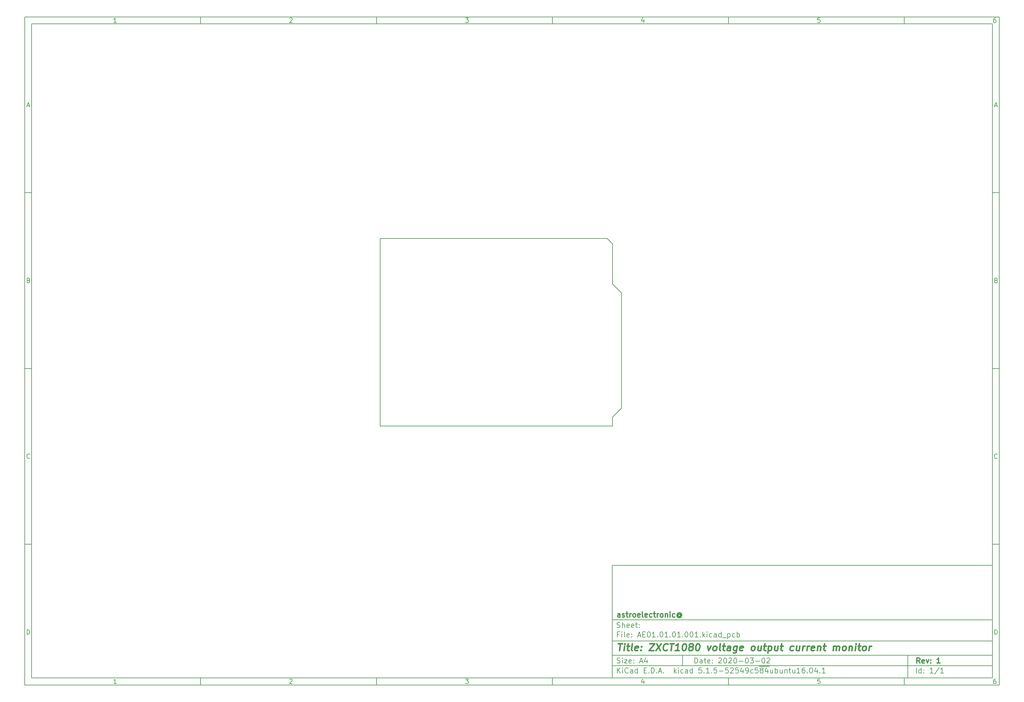
<source format=gbr>
G04 #@! TF.GenerationSoftware,KiCad,Pcbnew,5.1.5-52549c5~84~ubuntu16.04.1*
G04 #@! TF.CreationDate,2020-03-02T18:44:08+01:00*
G04 #@! TF.ProjectId,AE01.01.01.001,41453031-2e30-4312-9e30-312e3030312e,1*
G04 #@! TF.SameCoordinates,Original*
G04 #@! TF.FileFunction,Other,ECO1*
%FSLAX46Y46*%
G04 Gerber Fmt 4.6, Leading zero omitted, Abs format (unit mm)*
G04 Created by KiCad (PCBNEW 5.1.5-52549c5~84~ubuntu16.04.1) date 2020-03-02 18:44:08*
%MOMM*%
%LPD*%
G04 APERTURE LIST*
%ADD10C,0.100000*%
%ADD11C,0.150000*%
%ADD12C,0.300000*%
%ADD13C,0.400000*%
G04 APERTURE END LIST*
D10*
D11*
X177002200Y-166007200D02*
X177002200Y-198007200D01*
X285002200Y-198007200D01*
X285002200Y-166007200D01*
X177002200Y-166007200D01*
D10*
D11*
X10000000Y-10000000D02*
X10000000Y-200007200D01*
X287002200Y-200007200D01*
X287002200Y-10000000D01*
X10000000Y-10000000D01*
D10*
D11*
X12000000Y-12000000D02*
X12000000Y-198007200D01*
X285002200Y-198007200D01*
X285002200Y-12000000D01*
X12000000Y-12000000D01*
D10*
D11*
X60000000Y-12000000D02*
X60000000Y-10000000D01*
D10*
D11*
X110000000Y-12000000D02*
X110000000Y-10000000D01*
D10*
D11*
X160000000Y-12000000D02*
X160000000Y-10000000D01*
D10*
D11*
X210000000Y-12000000D02*
X210000000Y-10000000D01*
D10*
D11*
X260000000Y-12000000D02*
X260000000Y-10000000D01*
D10*
D11*
X36065476Y-11588095D02*
X35322619Y-11588095D01*
X35694047Y-11588095D02*
X35694047Y-10288095D01*
X35570238Y-10473809D01*
X35446428Y-10597619D01*
X35322619Y-10659523D01*
D10*
D11*
X85322619Y-10411904D02*
X85384523Y-10350000D01*
X85508333Y-10288095D01*
X85817857Y-10288095D01*
X85941666Y-10350000D01*
X86003571Y-10411904D01*
X86065476Y-10535714D01*
X86065476Y-10659523D01*
X86003571Y-10845238D01*
X85260714Y-11588095D01*
X86065476Y-11588095D01*
D10*
D11*
X135260714Y-10288095D02*
X136065476Y-10288095D01*
X135632142Y-10783333D01*
X135817857Y-10783333D01*
X135941666Y-10845238D01*
X136003571Y-10907142D01*
X136065476Y-11030952D01*
X136065476Y-11340476D01*
X136003571Y-11464285D01*
X135941666Y-11526190D01*
X135817857Y-11588095D01*
X135446428Y-11588095D01*
X135322619Y-11526190D01*
X135260714Y-11464285D01*
D10*
D11*
X185941666Y-10721428D02*
X185941666Y-11588095D01*
X185632142Y-10226190D02*
X185322619Y-11154761D01*
X186127380Y-11154761D01*
D10*
D11*
X236003571Y-10288095D02*
X235384523Y-10288095D01*
X235322619Y-10907142D01*
X235384523Y-10845238D01*
X235508333Y-10783333D01*
X235817857Y-10783333D01*
X235941666Y-10845238D01*
X236003571Y-10907142D01*
X236065476Y-11030952D01*
X236065476Y-11340476D01*
X236003571Y-11464285D01*
X235941666Y-11526190D01*
X235817857Y-11588095D01*
X235508333Y-11588095D01*
X235384523Y-11526190D01*
X235322619Y-11464285D01*
D10*
D11*
X285941666Y-10288095D02*
X285694047Y-10288095D01*
X285570238Y-10350000D01*
X285508333Y-10411904D01*
X285384523Y-10597619D01*
X285322619Y-10845238D01*
X285322619Y-11340476D01*
X285384523Y-11464285D01*
X285446428Y-11526190D01*
X285570238Y-11588095D01*
X285817857Y-11588095D01*
X285941666Y-11526190D01*
X286003571Y-11464285D01*
X286065476Y-11340476D01*
X286065476Y-11030952D01*
X286003571Y-10907142D01*
X285941666Y-10845238D01*
X285817857Y-10783333D01*
X285570238Y-10783333D01*
X285446428Y-10845238D01*
X285384523Y-10907142D01*
X285322619Y-11030952D01*
D10*
D11*
X60000000Y-198007200D02*
X60000000Y-200007200D01*
D10*
D11*
X110000000Y-198007200D02*
X110000000Y-200007200D01*
D10*
D11*
X160000000Y-198007200D02*
X160000000Y-200007200D01*
D10*
D11*
X210000000Y-198007200D02*
X210000000Y-200007200D01*
D10*
D11*
X260000000Y-198007200D02*
X260000000Y-200007200D01*
D10*
D11*
X36065476Y-199595295D02*
X35322619Y-199595295D01*
X35694047Y-199595295D02*
X35694047Y-198295295D01*
X35570238Y-198481009D01*
X35446428Y-198604819D01*
X35322619Y-198666723D01*
D10*
D11*
X85322619Y-198419104D02*
X85384523Y-198357200D01*
X85508333Y-198295295D01*
X85817857Y-198295295D01*
X85941666Y-198357200D01*
X86003571Y-198419104D01*
X86065476Y-198542914D01*
X86065476Y-198666723D01*
X86003571Y-198852438D01*
X85260714Y-199595295D01*
X86065476Y-199595295D01*
D10*
D11*
X135260714Y-198295295D02*
X136065476Y-198295295D01*
X135632142Y-198790533D01*
X135817857Y-198790533D01*
X135941666Y-198852438D01*
X136003571Y-198914342D01*
X136065476Y-199038152D01*
X136065476Y-199347676D01*
X136003571Y-199471485D01*
X135941666Y-199533390D01*
X135817857Y-199595295D01*
X135446428Y-199595295D01*
X135322619Y-199533390D01*
X135260714Y-199471485D01*
D10*
D11*
X185941666Y-198728628D02*
X185941666Y-199595295D01*
X185632142Y-198233390D02*
X185322619Y-199161961D01*
X186127380Y-199161961D01*
D10*
D11*
X236003571Y-198295295D02*
X235384523Y-198295295D01*
X235322619Y-198914342D01*
X235384523Y-198852438D01*
X235508333Y-198790533D01*
X235817857Y-198790533D01*
X235941666Y-198852438D01*
X236003571Y-198914342D01*
X236065476Y-199038152D01*
X236065476Y-199347676D01*
X236003571Y-199471485D01*
X235941666Y-199533390D01*
X235817857Y-199595295D01*
X235508333Y-199595295D01*
X235384523Y-199533390D01*
X235322619Y-199471485D01*
D10*
D11*
X285941666Y-198295295D02*
X285694047Y-198295295D01*
X285570238Y-198357200D01*
X285508333Y-198419104D01*
X285384523Y-198604819D01*
X285322619Y-198852438D01*
X285322619Y-199347676D01*
X285384523Y-199471485D01*
X285446428Y-199533390D01*
X285570238Y-199595295D01*
X285817857Y-199595295D01*
X285941666Y-199533390D01*
X286003571Y-199471485D01*
X286065476Y-199347676D01*
X286065476Y-199038152D01*
X286003571Y-198914342D01*
X285941666Y-198852438D01*
X285817857Y-198790533D01*
X285570238Y-198790533D01*
X285446428Y-198852438D01*
X285384523Y-198914342D01*
X285322619Y-199038152D01*
D10*
D11*
X10000000Y-60000000D02*
X12000000Y-60000000D01*
D10*
D11*
X10000000Y-110000000D02*
X12000000Y-110000000D01*
D10*
D11*
X10000000Y-160000000D02*
X12000000Y-160000000D01*
D10*
D11*
X10690476Y-35216666D02*
X11309523Y-35216666D01*
X10566666Y-35588095D02*
X11000000Y-34288095D01*
X11433333Y-35588095D01*
D10*
D11*
X11092857Y-84907142D02*
X11278571Y-84969047D01*
X11340476Y-85030952D01*
X11402380Y-85154761D01*
X11402380Y-85340476D01*
X11340476Y-85464285D01*
X11278571Y-85526190D01*
X11154761Y-85588095D01*
X10659523Y-85588095D01*
X10659523Y-84288095D01*
X11092857Y-84288095D01*
X11216666Y-84350000D01*
X11278571Y-84411904D01*
X11340476Y-84535714D01*
X11340476Y-84659523D01*
X11278571Y-84783333D01*
X11216666Y-84845238D01*
X11092857Y-84907142D01*
X10659523Y-84907142D01*
D10*
D11*
X11402380Y-135464285D02*
X11340476Y-135526190D01*
X11154761Y-135588095D01*
X11030952Y-135588095D01*
X10845238Y-135526190D01*
X10721428Y-135402380D01*
X10659523Y-135278571D01*
X10597619Y-135030952D01*
X10597619Y-134845238D01*
X10659523Y-134597619D01*
X10721428Y-134473809D01*
X10845238Y-134350000D01*
X11030952Y-134288095D01*
X11154761Y-134288095D01*
X11340476Y-134350000D01*
X11402380Y-134411904D01*
D10*
D11*
X10659523Y-185588095D02*
X10659523Y-184288095D01*
X10969047Y-184288095D01*
X11154761Y-184350000D01*
X11278571Y-184473809D01*
X11340476Y-184597619D01*
X11402380Y-184845238D01*
X11402380Y-185030952D01*
X11340476Y-185278571D01*
X11278571Y-185402380D01*
X11154761Y-185526190D01*
X10969047Y-185588095D01*
X10659523Y-185588095D01*
D10*
D11*
X287002200Y-60000000D02*
X285002200Y-60000000D01*
D10*
D11*
X287002200Y-110000000D02*
X285002200Y-110000000D01*
D10*
D11*
X287002200Y-160000000D02*
X285002200Y-160000000D01*
D10*
D11*
X285692676Y-35216666D02*
X286311723Y-35216666D01*
X285568866Y-35588095D02*
X286002200Y-34288095D01*
X286435533Y-35588095D01*
D10*
D11*
X286095057Y-84907142D02*
X286280771Y-84969047D01*
X286342676Y-85030952D01*
X286404580Y-85154761D01*
X286404580Y-85340476D01*
X286342676Y-85464285D01*
X286280771Y-85526190D01*
X286156961Y-85588095D01*
X285661723Y-85588095D01*
X285661723Y-84288095D01*
X286095057Y-84288095D01*
X286218866Y-84350000D01*
X286280771Y-84411904D01*
X286342676Y-84535714D01*
X286342676Y-84659523D01*
X286280771Y-84783333D01*
X286218866Y-84845238D01*
X286095057Y-84907142D01*
X285661723Y-84907142D01*
D10*
D11*
X286404580Y-135464285D02*
X286342676Y-135526190D01*
X286156961Y-135588095D01*
X286033152Y-135588095D01*
X285847438Y-135526190D01*
X285723628Y-135402380D01*
X285661723Y-135278571D01*
X285599819Y-135030952D01*
X285599819Y-134845238D01*
X285661723Y-134597619D01*
X285723628Y-134473809D01*
X285847438Y-134350000D01*
X286033152Y-134288095D01*
X286156961Y-134288095D01*
X286342676Y-134350000D01*
X286404580Y-134411904D01*
D10*
D11*
X285661723Y-185588095D02*
X285661723Y-184288095D01*
X285971247Y-184288095D01*
X286156961Y-184350000D01*
X286280771Y-184473809D01*
X286342676Y-184597619D01*
X286404580Y-184845238D01*
X286404580Y-185030952D01*
X286342676Y-185278571D01*
X286280771Y-185402380D01*
X286156961Y-185526190D01*
X285971247Y-185588095D01*
X285661723Y-185588095D01*
D10*
D11*
X200434342Y-193785771D02*
X200434342Y-192285771D01*
X200791485Y-192285771D01*
X201005771Y-192357200D01*
X201148628Y-192500057D01*
X201220057Y-192642914D01*
X201291485Y-192928628D01*
X201291485Y-193142914D01*
X201220057Y-193428628D01*
X201148628Y-193571485D01*
X201005771Y-193714342D01*
X200791485Y-193785771D01*
X200434342Y-193785771D01*
X202577200Y-193785771D02*
X202577200Y-193000057D01*
X202505771Y-192857200D01*
X202362914Y-192785771D01*
X202077200Y-192785771D01*
X201934342Y-192857200D01*
X202577200Y-193714342D02*
X202434342Y-193785771D01*
X202077200Y-193785771D01*
X201934342Y-193714342D01*
X201862914Y-193571485D01*
X201862914Y-193428628D01*
X201934342Y-193285771D01*
X202077200Y-193214342D01*
X202434342Y-193214342D01*
X202577200Y-193142914D01*
X203077200Y-192785771D02*
X203648628Y-192785771D01*
X203291485Y-192285771D02*
X203291485Y-193571485D01*
X203362914Y-193714342D01*
X203505771Y-193785771D01*
X203648628Y-193785771D01*
X204720057Y-193714342D02*
X204577200Y-193785771D01*
X204291485Y-193785771D01*
X204148628Y-193714342D01*
X204077200Y-193571485D01*
X204077200Y-193000057D01*
X204148628Y-192857200D01*
X204291485Y-192785771D01*
X204577200Y-192785771D01*
X204720057Y-192857200D01*
X204791485Y-193000057D01*
X204791485Y-193142914D01*
X204077200Y-193285771D01*
X205434342Y-193642914D02*
X205505771Y-193714342D01*
X205434342Y-193785771D01*
X205362914Y-193714342D01*
X205434342Y-193642914D01*
X205434342Y-193785771D01*
X205434342Y-192857200D02*
X205505771Y-192928628D01*
X205434342Y-193000057D01*
X205362914Y-192928628D01*
X205434342Y-192857200D01*
X205434342Y-193000057D01*
X207220057Y-192428628D02*
X207291485Y-192357200D01*
X207434342Y-192285771D01*
X207791485Y-192285771D01*
X207934342Y-192357200D01*
X208005771Y-192428628D01*
X208077200Y-192571485D01*
X208077200Y-192714342D01*
X208005771Y-192928628D01*
X207148628Y-193785771D01*
X208077200Y-193785771D01*
X209005771Y-192285771D02*
X209148628Y-192285771D01*
X209291485Y-192357200D01*
X209362914Y-192428628D01*
X209434342Y-192571485D01*
X209505771Y-192857200D01*
X209505771Y-193214342D01*
X209434342Y-193500057D01*
X209362914Y-193642914D01*
X209291485Y-193714342D01*
X209148628Y-193785771D01*
X209005771Y-193785771D01*
X208862914Y-193714342D01*
X208791485Y-193642914D01*
X208720057Y-193500057D01*
X208648628Y-193214342D01*
X208648628Y-192857200D01*
X208720057Y-192571485D01*
X208791485Y-192428628D01*
X208862914Y-192357200D01*
X209005771Y-192285771D01*
X210077200Y-192428628D02*
X210148628Y-192357200D01*
X210291485Y-192285771D01*
X210648628Y-192285771D01*
X210791485Y-192357200D01*
X210862914Y-192428628D01*
X210934342Y-192571485D01*
X210934342Y-192714342D01*
X210862914Y-192928628D01*
X210005771Y-193785771D01*
X210934342Y-193785771D01*
X211862914Y-192285771D02*
X212005771Y-192285771D01*
X212148628Y-192357200D01*
X212220057Y-192428628D01*
X212291485Y-192571485D01*
X212362914Y-192857200D01*
X212362914Y-193214342D01*
X212291485Y-193500057D01*
X212220057Y-193642914D01*
X212148628Y-193714342D01*
X212005771Y-193785771D01*
X211862914Y-193785771D01*
X211720057Y-193714342D01*
X211648628Y-193642914D01*
X211577200Y-193500057D01*
X211505771Y-193214342D01*
X211505771Y-192857200D01*
X211577200Y-192571485D01*
X211648628Y-192428628D01*
X211720057Y-192357200D01*
X211862914Y-192285771D01*
X213005771Y-193214342D02*
X214148628Y-193214342D01*
X215148628Y-192285771D02*
X215291485Y-192285771D01*
X215434342Y-192357200D01*
X215505771Y-192428628D01*
X215577200Y-192571485D01*
X215648628Y-192857200D01*
X215648628Y-193214342D01*
X215577200Y-193500057D01*
X215505771Y-193642914D01*
X215434342Y-193714342D01*
X215291485Y-193785771D01*
X215148628Y-193785771D01*
X215005771Y-193714342D01*
X214934342Y-193642914D01*
X214862914Y-193500057D01*
X214791485Y-193214342D01*
X214791485Y-192857200D01*
X214862914Y-192571485D01*
X214934342Y-192428628D01*
X215005771Y-192357200D01*
X215148628Y-192285771D01*
X216148628Y-192285771D02*
X217077200Y-192285771D01*
X216577200Y-192857200D01*
X216791485Y-192857200D01*
X216934342Y-192928628D01*
X217005771Y-193000057D01*
X217077200Y-193142914D01*
X217077200Y-193500057D01*
X217005771Y-193642914D01*
X216934342Y-193714342D01*
X216791485Y-193785771D01*
X216362914Y-193785771D01*
X216220057Y-193714342D01*
X216148628Y-193642914D01*
X217720057Y-193214342D02*
X218862914Y-193214342D01*
X219862914Y-192285771D02*
X220005771Y-192285771D01*
X220148628Y-192357200D01*
X220220057Y-192428628D01*
X220291485Y-192571485D01*
X220362914Y-192857200D01*
X220362914Y-193214342D01*
X220291485Y-193500057D01*
X220220057Y-193642914D01*
X220148628Y-193714342D01*
X220005771Y-193785771D01*
X219862914Y-193785771D01*
X219720057Y-193714342D01*
X219648628Y-193642914D01*
X219577200Y-193500057D01*
X219505771Y-193214342D01*
X219505771Y-192857200D01*
X219577200Y-192571485D01*
X219648628Y-192428628D01*
X219720057Y-192357200D01*
X219862914Y-192285771D01*
X220934342Y-192428628D02*
X221005771Y-192357200D01*
X221148628Y-192285771D01*
X221505771Y-192285771D01*
X221648628Y-192357200D01*
X221720057Y-192428628D01*
X221791485Y-192571485D01*
X221791485Y-192714342D01*
X221720057Y-192928628D01*
X220862914Y-193785771D01*
X221791485Y-193785771D01*
D10*
D11*
X177002200Y-194507200D02*
X285002200Y-194507200D01*
D10*
D11*
X178434342Y-196585771D02*
X178434342Y-195085771D01*
X179291485Y-196585771D02*
X178648628Y-195728628D01*
X179291485Y-195085771D02*
X178434342Y-195942914D01*
X179934342Y-196585771D02*
X179934342Y-195585771D01*
X179934342Y-195085771D02*
X179862914Y-195157200D01*
X179934342Y-195228628D01*
X180005771Y-195157200D01*
X179934342Y-195085771D01*
X179934342Y-195228628D01*
X181505771Y-196442914D02*
X181434342Y-196514342D01*
X181220057Y-196585771D01*
X181077200Y-196585771D01*
X180862914Y-196514342D01*
X180720057Y-196371485D01*
X180648628Y-196228628D01*
X180577200Y-195942914D01*
X180577200Y-195728628D01*
X180648628Y-195442914D01*
X180720057Y-195300057D01*
X180862914Y-195157200D01*
X181077200Y-195085771D01*
X181220057Y-195085771D01*
X181434342Y-195157200D01*
X181505771Y-195228628D01*
X182791485Y-196585771D02*
X182791485Y-195800057D01*
X182720057Y-195657200D01*
X182577200Y-195585771D01*
X182291485Y-195585771D01*
X182148628Y-195657200D01*
X182791485Y-196514342D02*
X182648628Y-196585771D01*
X182291485Y-196585771D01*
X182148628Y-196514342D01*
X182077200Y-196371485D01*
X182077200Y-196228628D01*
X182148628Y-196085771D01*
X182291485Y-196014342D01*
X182648628Y-196014342D01*
X182791485Y-195942914D01*
X184148628Y-196585771D02*
X184148628Y-195085771D01*
X184148628Y-196514342D02*
X184005771Y-196585771D01*
X183720057Y-196585771D01*
X183577200Y-196514342D01*
X183505771Y-196442914D01*
X183434342Y-196300057D01*
X183434342Y-195871485D01*
X183505771Y-195728628D01*
X183577200Y-195657200D01*
X183720057Y-195585771D01*
X184005771Y-195585771D01*
X184148628Y-195657200D01*
X186005771Y-195800057D02*
X186505771Y-195800057D01*
X186720057Y-196585771D02*
X186005771Y-196585771D01*
X186005771Y-195085771D01*
X186720057Y-195085771D01*
X187362914Y-196442914D02*
X187434342Y-196514342D01*
X187362914Y-196585771D01*
X187291485Y-196514342D01*
X187362914Y-196442914D01*
X187362914Y-196585771D01*
X188077200Y-196585771D02*
X188077200Y-195085771D01*
X188434342Y-195085771D01*
X188648628Y-195157200D01*
X188791485Y-195300057D01*
X188862914Y-195442914D01*
X188934342Y-195728628D01*
X188934342Y-195942914D01*
X188862914Y-196228628D01*
X188791485Y-196371485D01*
X188648628Y-196514342D01*
X188434342Y-196585771D01*
X188077200Y-196585771D01*
X189577200Y-196442914D02*
X189648628Y-196514342D01*
X189577200Y-196585771D01*
X189505771Y-196514342D01*
X189577200Y-196442914D01*
X189577200Y-196585771D01*
X190220057Y-196157200D02*
X190934342Y-196157200D01*
X190077200Y-196585771D02*
X190577200Y-195085771D01*
X191077200Y-196585771D01*
X191577200Y-196442914D02*
X191648628Y-196514342D01*
X191577200Y-196585771D01*
X191505771Y-196514342D01*
X191577200Y-196442914D01*
X191577200Y-196585771D01*
X194577200Y-196585771D02*
X194577200Y-195085771D01*
X194720057Y-196014342D02*
X195148628Y-196585771D01*
X195148628Y-195585771D02*
X194577200Y-196157200D01*
X195791485Y-196585771D02*
X195791485Y-195585771D01*
X195791485Y-195085771D02*
X195720057Y-195157200D01*
X195791485Y-195228628D01*
X195862914Y-195157200D01*
X195791485Y-195085771D01*
X195791485Y-195228628D01*
X197148628Y-196514342D02*
X197005771Y-196585771D01*
X196720057Y-196585771D01*
X196577200Y-196514342D01*
X196505771Y-196442914D01*
X196434342Y-196300057D01*
X196434342Y-195871485D01*
X196505771Y-195728628D01*
X196577200Y-195657200D01*
X196720057Y-195585771D01*
X197005771Y-195585771D01*
X197148628Y-195657200D01*
X198434342Y-196585771D02*
X198434342Y-195800057D01*
X198362914Y-195657200D01*
X198220057Y-195585771D01*
X197934342Y-195585771D01*
X197791485Y-195657200D01*
X198434342Y-196514342D02*
X198291485Y-196585771D01*
X197934342Y-196585771D01*
X197791485Y-196514342D01*
X197720057Y-196371485D01*
X197720057Y-196228628D01*
X197791485Y-196085771D01*
X197934342Y-196014342D01*
X198291485Y-196014342D01*
X198434342Y-195942914D01*
X199791485Y-196585771D02*
X199791485Y-195085771D01*
X199791485Y-196514342D02*
X199648628Y-196585771D01*
X199362914Y-196585771D01*
X199220057Y-196514342D01*
X199148628Y-196442914D01*
X199077200Y-196300057D01*
X199077200Y-195871485D01*
X199148628Y-195728628D01*
X199220057Y-195657200D01*
X199362914Y-195585771D01*
X199648628Y-195585771D01*
X199791485Y-195657200D01*
X202362914Y-195085771D02*
X201648628Y-195085771D01*
X201577200Y-195800057D01*
X201648628Y-195728628D01*
X201791485Y-195657200D01*
X202148628Y-195657200D01*
X202291485Y-195728628D01*
X202362914Y-195800057D01*
X202434342Y-195942914D01*
X202434342Y-196300057D01*
X202362914Y-196442914D01*
X202291485Y-196514342D01*
X202148628Y-196585771D01*
X201791485Y-196585771D01*
X201648628Y-196514342D01*
X201577200Y-196442914D01*
X203077200Y-196442914D02*
X203148628Y-196514342D01*
X203077200Y-196585771D01*
X203005771Y-196514342D01*
X203077200Y-196442914D01*
X203077200Y-196585771D01*
X204577200Y-196585771D02*
X203720057Y-196585771D01*
X204148628Y-196585771D02*
X204148628Y-195085771D01*
X204005771Y-195300057D01*
X203862914Y-195442914D01*
X203720057Y-195514342D01*
X205220057Y-196442914D02*
X205291485Y-196514342D01*
X205220057Y-196585771D01*
X205148628Y-196514342D01*
X205220057Y-196442914D01*
X205220057Y-196585771D01*
X206648628Y-195085771D02*
X205934342Y-195085771D01*
X205862914Y-195800057D01*
X205934342Y-195728628D01*
X206077200Y-195657200D01*
X206434342Y-195657200D01*
X206577200Y-195728628D01*
X206648628Y-195800057D01*
X206720057Y-195942914D01*
X206720057Y-196300057D01*
X206648628Y-196442914D01*
X206577200Y-196514342D01*
X206434342Y-196585771D01*
X206077200Y-196585771D01*
X205934342Y-196514342D01*
X205862914Y-196442914D01*
X207362914Y-196014342D02*
X208505771Y-196014342D01*
X209934342Y-195085771D02*
X209220057Y-195085771D01*
X209148628Y-195800057D01*
X209220057Y-195728628D01*
X209362914Y-195657200D01*
X209720057Y-195657200D01*
X209862914Y-195728628D01*
X209934342Y-195800057D01*
X210005771Y-195942914D01*
X210005771Y-196300057D01*
X209934342Y-196442914D01*
X209862914Y-196514342D01*
X209720057Y-196585771D01*
X209362914Y-196585771D01*
X209220057Y-196514342D01*
X209148628Y-196442914D01*
X210577200Y-195228628D02*
X210648628Y-195157200D01*
X210791485Y-195085771D01*
X211148628Y-195085771D01*
X211291485Y-195157200D01*
X211362914Y-195228628D01*
X211434342Y-195371485D01*
X211434342Y-195514342D01*
X211362914Y-195728628D01*
X210505771Y-196585771D01*
X211434342Y-196585771D01*
X212791485Y-195085771D02*
X212077200Y-195085771D01*
X212005771Y-195800057D01*
X212077200Y-195728628D01*
X212220057Y-195657200D01*
X212577200Y-195657200D01*
X212720057Y-195728628D01*
X212791485Y-195800057D01*
X212862914Y-195942914D01*
X212862914Y-196300057D01*
X212791485Y-196442914D01*
X212720057Y-196514342D01*
X212577200Y-196585771D01*
X212220057Y-196585771D01*
X212077200Y-196514342D01*
X212005771Y-196442914D01*
X214148628Y-195585771D02*
X214148628Y-196585771D01*
X213791485Y-195014342D02*
X213434342Y-196085771D01*
X214362914Y-196085771D01*
X215005771Y-196585771D02*
X215291485Y-196585771D01*
X215434342Y-196514342D01*
X215505771Y-196442914D01*
X215648628Y-196228628D01*
X215720057Y-195942914D01*
X215720057Y-195371485D01*
X215648628Y-195228628D01*
X215577200Y-195157200D01*
X215434342Y-195085771D01*
X215148628Y-195085771D01*
X215005771Y-195157200D01*
X214934342Y-195228628D01*
X214862914Y-195371485D01*
X214862914Y-195728628D01*
X214934342Y-195871485D01*
X215005771Y-195942914D01*
X215148628Y-196014342D01*
X215434342Y-196014342D01*
X215577200Y-195942914D01*
X215648628Y-195871485D01*
X215720057Y-195728628D01*
X217005771Y-196514342D02*
X216862914Y-196585771D01*
X216577200Y-196585771D01*
X216434342Y-196514342D01*
X216362914Y-196442914D01*
X216291485Y-196300057D01*
X216291485Y-195871485D01*
X216362914Y-195728628D01*
X216434342Y-195657200D01*
X216577200Y-195585771D01*
X216862914Y-195585771D01*
X217005771Y-195657200D01*
X218362914Y-195085771D02*
X217648628Y-195085771D01*
X217577200Y-195800057D01*
X217648628Y-195728628D01*
X217791485Y-195657200D01*
X218148628Y-195657200D01*
X218291485Y-195728628D01*
X218362914Y-195800057D01*
X218434342Y-195942914D01*
X218434342Y-196300057D01*
X218362914Y-196442914D01*
X218291485Y-196514342D01*
X218148628Y-196585771D01*
X217791485Y-196585771D01*
X217648628Y-196514342D01*
X217577200Y-196442914D01*
X218720057Y-194677200D02*
X220148628Y-194677200D01*
X219291485Y-195728628D02*
X219148628Y-195657200D01*
X219077200Y-195585771D01*
X219005771Y-195442914D01*
X219005771Y-195371485D01*
X219077200Y-195228628D01*
X219148628Y-195157200D01*
X219291485Y-195085771D01*
X219577200Y-195085771D01*
X219720057Y-195157200D01*
X219791485Y-195228628D01*
X219862914Y-195371485D01*
X219862914Y-195442914D01*
X219791485Y-195585771D01*
X219720057Y-195657200D01*
X219577200Y-195728628D01*
X219291485Y-195728628D01*
X219148628Y-195800057D01*
X219077200Y-195871485D01*
X219005771Y-196014342D01*
X219005771Y-196300057D01*
X219077200Y-196442914D01*
X219148628Y-196514342D01*
X219291485Y-196585771D01*
X219577200Y-196585771D01*
X219720057Y-196514342D01*
X219791485Y-196442914D01*
X219862914Y-196300057D01*
X219862914Y-196014342D01*
X219791485Y-195871485D01*
X219720057Y-195800057D01*
X219577200Y-195728628D01*
X220148628Y-194677200D02*
X221577199Y-194677200D01*
X221148628Y-195585771D02*
X221148628Y-196585771D01*
X220791485Y-195014342D02*
X220434342Y-196085771D01*
X221362914Y-196085771D01*
X222577199Y-195585771D02*
X222577199Y-196585771D01*
X221934342Y-195585771D02*
X221934342Y-196371485D01*
X222005771Y-196514342D01*
X222148628Y-196585771D01*
X222362914Y-196585771D01*
X222505771Y-196514342D01*
X222577199Y-196442914D01*
X223291485Y-196585771D02*
X223291485Y-195085771D01*
X223291485Y-195657200D02*
X223434342Y-195585771D01*
X223720057Y-195585771D01*
X223862914Y-195657200D01*
X223934342Y-195728628D01*
X224005771Y-195871485D01*
X224005771Y-196300057D01*
X223934342Y-196442914D01*
X223862914Y-196514342D01*
X223720057Y-196585771D01*
X223434342Y-196585771D01*
X223291485Y-196514342D01*
X225291485Y-195585771D02*
X225291485Y-196585771D01*
X224648628Y-195585771D02*
X224648628Y-196371485D01*
X224720057Y-196514342D01*
X224862914Y-196585771D01*
X225077199Y-196585771D01*
X225220057Y-196514342D01*
X225291485Y-196442914D01*
X226005771Y-195585771D02*
X226005771Y-196585771D01*
X226005771Y-195728628D02*
X226077199Y-195657200D01*
X226220057Y-195585771D01*
X226434342Y-195585771D01*
X226577199Y-195657200D01*
X226648628Y-195800057D01*
X226648628Y-196585771D01*
X227148628Y-195585771D02*
X227720057Y-195585771D01*
X227362914Y-195085771D02*
X227362914Y-196371485D01*
X227434342Y-196514342D01*
X227577200Y-196585771D01*
X227720057Y-196585771D01*
X228862914Y-195585771D02*
X228862914Y-196585771D01*
X228220057Y-195585771D02*
X228220057Y-196371485D01*
X228291485Y-196514342D01*
X228434342Y-196585771D01*
X228648628Y-196585771D01*
X228791485Y-196514342D01*
X228862914Y-196442914D01*
X230362914Y-196585771D02*
X229505771Y-196585771D01*
X229934342Y-196585771D02*
X229934342Y-195085771D01*
X229791485Y-195300057D01*
X229648628Y-195442914D01*
X229505771Y-195514342D01*
X231648628Y-195085771D02*
X231362914Y-195085771D01*
X231220057Y-195157200D01*
X231148628Y-195228628D01*
X231005771Y-195442914D01*
X230934342Y-195728628D01*
X230934342Y-196300057D01*
X231005771Y-196442914D01*
X231077199Y-196514342D01*
X231220057Y-196585771D01*
X231505771Y-196585771D01*
X231648628Y-196514342D01*
X231720057Y-196442914D01*
X231791485Y-196300057D01*
X231791485Y-195942914D01*
X231720057Y-195800057D01*
X231648628Y-195728628D01*
X231505771Y-195657200D01*
X231220057Y-195657200D01*
X231077199Y-195728628D01*
X231005771Y-195800057D01*
X230934342Y-195942914D01*
X232434342Y-196442914D02*
X232505771Y-196514342D01*
X232434342Y-196585771D01*
X232362914Y-196514342D01*
X232434342Y-196442914D01*
X232434342Y-196585771D01*
X233434342Y-195085771D02*
X233577199Y-195085771D01*
X233720057Y-195157200D01*
X233791485Y-195228628D01*
X233862914Y-195371485D01*
X233934342Y-195657200D01*
X233934342Y-196014342D01*
X233862914Y-196300057D01*
X233791485Y-196442914D01*
X233720057Y-196514342D01*
X233577199Y-196585771D01*
X233434342Y-196585771D01*
X233291485Y-196514342D01*
X233220057Y-196442914D01*
X233148628Y-196300057D01*
X233077199Y-196014342D01*
X233077199Y-195657200D01*
X233148628Y-195371485D01*
X233220057Y-195228628D01*
X233291485Y-195157200D01*
X233434342Y-195085771D01*
X235220057Y-195585771D02*
X235220057Y-196585771D01*
X234862914Y-195014342D02*
X234505771Y-196085771D01*
X235434342Y-196085771D01*
X236005771Y-196442914D02*
X236077199Y-196514342D01*
X236005771Y-196585771D01*
X235934342Y-196514342D01*
X236005771Y-196442914D01*
X236005771Y-196585771D01*
X237505771Y-196585771D02*
X236648628Y-196585771D01*
X237077199Y-196585771D02*
X237077199Y-195085771D01*
X236934342Y-195300057D01*
X236791485Y-195442914D01*
X236648628Y-195514342D01*
D10*
D11*
X177002200Y-191507200D02*
X285002200Y-191507200D01*
D10*
D12*
X264411485Y-193785771D02*
X263911485Y-193071485D01*
X263554342Y-193785771D02*
X263554342Y-192285771D01*
X264125771Y-192285771D01*
X264268628Y-192357200D01*
X264340057Y-192428628D01*
X264411485Y-192571485D01*
X264411485Y-192785771D01*
X264340057Y-192928628D01*
X264268628Y-193000057D01*
X264125771Y-193071485D01*
X263554342Y-193071485D01*
X265625771Y-193714342D02*
X265482914Y-193785771D01*
X265197200Y-193785771D01*
X265054342Y-193714342D01*
X264982914Y-193571485D01*
X264982914Y-193000057D01*
X265054342Y-192857200D01*
X265197200Y-192785771D01*
X265482914Y-192785771D01*
X265625771Y-192857200D01*
X265697200Y-193000057D01*
X265697200Y-193142914D01*
X264982914Y-193285771D01*
X266197200Y-192785771D02*
X266554342Y-193785771D01*
X266911485Y-192785771D01*
X267482914Y-193642914D02*
X267554342Y-193714342D01*
X267482914Y-193785771D01*
X267411485Y-193714342D01*
X267482914Y-193642914D01*
X267482914Y-193785771D01*
X267482914Y-192857200D02*
X267554342Y-192928628D01*
X267482914Y-193000057D01*
X267411485Y-192928628D01*
X267482914Y-192857200D01*
X267482914Y-193000057D01*
X270125771Y-193785771D02*
X269268628Y-193785771D01*
X269697200Y-193785771D02*
X269697200Y-192285771D01*
X269554342Y-192500057D01*
X269411485Y-192642914D01*
X269268628Y-192714342D01*
D10*
D11*
X178362914Y-193714342D02*
X178577200Y-193785771D01*
X178934342Y-193785771D01*
X179077200Y-193714342D01*
X179148628Y-193642914D01*
X179220057Y-193500057D01*
X179220057Y-193357200D01*
X179148628Y-193214342D01*
X179077200Y-193142914D01*
X178934342Y-193071485D01*
X178648628Y-193000057D01*
X178505771Y-192928628D01*
X178434342Y-192857200D01*
X178362914Y-192714342D01*
X178362914Y-192571485D01*
X178434342Y-192428628D01*
X178505771Y-192357200D01*
X178648628Y-192285771D01*
X179005771Y-192285771D01*
X179220057Y-192357200D01*
X179862914Y-193785771D02*
X179862914Y-192785771D01*
X179862914Y-192285771D02*
X179791485Y-192357200D01*
X179862914Y-192428628D01*
X179934342Y-192357200D01*
X179862914Y-192285771D01*
X179862914Y-192428628D01*
X180434342Y-192785771D02*
X181220057Y-192785771D01*
X180434342Y-193785771D01*
X181220057Y-193785771D01*
X182362914Y-193714342D02*
X182220057Y-193785771D01*
X181934342Y-193785771D01*
X181791485Y-193714342D01*
X181720057Y-193571485D01*
X181720057Y-193000057D01*
X181791485Y-192857200D01*
X181934342Y-192785771D01*
X182220057Y-192785771D01*
X182362914Y-192857200D01*
X182434342Y-193000057D01*
X182434342Y-193142914D01*
X181720057Y-193285771D01*
X183077200Y-193642914D02*
X183148628Y-193714342D01*
X183077200Y-193785771D01*
X183005771Y-193714342D01*
X183077200Y-193642914D01*
X183077200Y-193785771D01*
X183077200Y-192857200D02*
X183148628Y-192928628D01*
X183077200Y-193000057D01*
X183005771Y-192928628D01*
X183077200Y-192857200D01*
X183077200Y-193000057D01*
X184862914Y-193357200D02*
X185577200Y-193357200D01*
X184720057Y-193785771D02*
X185220057Y-192285771D01*
X185720057Y-193785771D01*
X186862914Y-192785771D02*
X186862914Y-193785771D01*
X186505771Y-192214342D02*
X186148628Y-193285771D01*
X187077200Y-193285771D01*
D10*
D11*
X263434342Y-196585771D02*
X263434342Y-195085771D01*
X264791485Y-196585771D02*
X264791485Y-195085771D01*
X264791485Y-196514342D02*
X264648628Y-196585771D01*
X264362914Y-196585771D01*
X264220057Y-196514342D01*
X264148628Y-196442914D01*
X264077200Y-196300057D01*
X264077200Y-195871485D01*
X264148628Y-195728628D01*
X264220057Y-195657200D01*
X264362914Y-195585771D01*
X264648628Y-195585771D01*
X264791485Y-195657200D01*
X265505771Y-196442914D02*
X265577200Y-196514342D01*
X265505771Y-196585771D01*
X265434342Y-196514342D01*
X265505771Y-196442914D01*
X265505771Y-196585771D01*
X265505771Y-195657200D02*
X265577200Y-195728628D01*
X265505771Y-195800057D01*
X265434342Y-195728628D01*
X265505771Y-195657200D01*
X265505771Y-195800057D01*
X268148628Y-196585771D02*
X267291485Y-196585771D01*
X267720057Y-196585771D02*
X267720057Y-195085771D01*
X267577200Y-195300057D01*
X267434342Y-195442914D01*
X267291485Y-195514342D01*
X269862914Y-195014342D02*
X268577200Y-196942914D01*
X271148628Y-196585771D02*
X270291485Y-196585771D01*
X270720057Y-196585771D02*
X270720057Y-195085771D01*
X270577200Y-195300057D01*
X270434342Y-195442914D01*
X270291485Y-195514342D01*
D10*
D11*
X177002200Y-187507200D02*
X285002200Y-187507200D01*
D10*
D13*
X178714580Y-188211961D02*
X179857438Y-188211961D01*
X179036009Y-190211961D02*
X179286009Y-188211961D01*
X180274104Y-190211961D02*
X180440771Y-188878628D01*
X180524104Y-188211961D02*
X180416961Y-188307200D01*
X180500295Y-188402438D01*
X180607438Y-188307200D01*
X180524104Y-188211961D01*
X180500295Y-188402438D01*
X181107438Y-188878628D02*
X181869342Y-188878628D01*
X181476485Y-188211961D02*
X181262200Y-189926247D01*
X181333628Y-190116723D01*
X181512200Y-190211961D01*
X181702676Y-190211961D01*
X182655057Y-190211961D02*
X182476485Y-190116723D01*
X182405057Y-189926247D01*
X182619342Y-188211961D01*
X184190771Y-190116723D02*
X183988390Y-190211961D01*
X183607438Y-190211961D01*
X183428866Y-190116723D01*
X183357438Y-189926247D01*
X183452676Y-189164342D01*
X183571723Y-188973866D01*
X183774104Y-188878628D01*
X184155057Y-188878628D01*
X184333628Y-188973866D01*
X184405057Y-189164342D01*
X184381247Y-189354819D01*
X183405057Y-189545295D01*
X185155057Y-190021485D02*
X185238390Y-190116723D01*
X185131247Y-190211961D01*
X185047914Y-190116723D01*
X185155057Y-190021485D01*
X185131247Y-190211961D01*
X185286009Y-188973866D02*
X185369342Y-189069104D01*
X185262200Y-189164342D01*
X185178866Y-189069104D01*
X185286009Y-188973866D01*
X185262200Y-189164342D01*
X187666961Y-188211961D02*
X189000295Y-188211961D01*
X187416961Y-190211961D01*
X188750295Y-190211961D01*
X189571723Y-188211961D02*
X190655057Y-190211961D01*
X190905057Y-188211961D02*
X189321723Y-190211961D01*
X192583628Y-190021485D02*
X192476485Y-190116723D01*
X192178866Y-190211961D01*
X191988390Y-190211961D01*
X191714580Y-190116723D01*
X191547914Y-189926247D01*
X191476485Y-189735771D01*
X191428866Y-189354819D01*
X191464580Y-189069104D01*
X191607438Y-188688152D01*
X191726485Y-188497676D01*
X191940771Y-188307200D01*
X192238390Y-188211961D01*
X192428866Y-188211961D01*
X192702676Y-188307200D01*
X192786009Y-188402438D01*
X193381247Y-188211961D02*
X194524104Y-188211961D01*
X193702676Y-190211961D02*
X193952676Y-188211961D01*
X195988390Y-190211961D02*
X194845533Y-190211961D01*
X195416961Y-190211961D02*
X195666961Y-188211961D01*
X195440771Y-188497676D01*
X195226485Y-188688152D01*
X195024104Y-188783390D01*
X197476485Y-188211961D02*
X197666961Y-188211961D01*
X197845533Y-188307200D01*
X197928866Y-188402438D01*
X198000295Y-188592914D01*
X198047914Y-188973866D01*
X197988390Y-189450057D01*
X197845533Y-189831009D01*
X197726485Y-190021485D01*
X197619342Y-190116723D01*
X197416961Y-190211961D01*
X197226485Y-190211961D01*
X197047914Y-190116723D01*
X196964580Y-190021485D01*
X196893152Y-189831009D01*
X196845533Y-189450057D01*
X196905057Y-188973866D01*
X197047914Y-188592914D01*
X197166961Y-188402438D01*
X197274104Y-188307200D01*
X197476485Y-188211961D01*
X199178866Y-189069104D02*
X199000295Y-188973866D01*
X198916961Y-188878628D01*
X198845533Y-188688152D01*
X198857438Y-188592914D01*
X198976485Y-188402438D01*
X199083628Y-188307200D01*
X199286009Y-188211961D01*
X199666961Y-188211961D01*
X199845533Y-188307200D01*
X199928866Y-188402438D01*
X200000295Y-188592914D01*
X199988390Y-188688152D01*
X199869342Y-188878628D01*
X199762200Y-188973866D01*
X199559819Y-189069104D01*
X199178866Y-189069104D01*
X198976485Y-189164342D01*
X198869342Y-189259580D01*
X198750295Y-189450057D01*
X198702676Y-189831009D01*
X198774104Y-190021485D01*
X198857438Y-190116723D01*
X199036009Y-190211961D01*
X199416961Y-190211961D01*
X199619342Y-190116723D01*
X199726485Y-190021485D01*
X199845533Y-189831009D01*
X199893152Y-189450057D01*
X199821723Y-189259580D01*
X199738390Y-189164342D01*
X199559819Y-189069104D01*
X201286009Y-188211961D02*
X201476485Y-188211961D01*
X201655057Y-188307200D01*
X201738390Y-188402438D01*
X201809819Y-188592914D01*
X201857438Y-188973866D01*
X201797914Y-189450057D01*
X201655057Y-189831009D01*
X201536009Y-190021485D01*
X201428866Y-190116723D01*
X201226485Y-190211961D01*
X201036009Y-190211961D01*
X200857438Y-190116723D01*
X200774104Y-190021485D01*
X200702676Y-189831009D01*
X200655057Y-189450057D01*
X200714580Y-188973866D01*
X200857438Y-188592914D01*
X200976485Y-188402438D01*
X201083628Y-188307200D01*
X201286009Y-188211961D01*
X204059819Y-188878628D02*
X204369342Y-190211961D01*
X205012200Y-188878628D01*
X205893152Y-190211961D02*
X205714580Y-190116723D01*
X205631247Y-190021485D01*
X205559819Y-189831009D01*
X205631247Y-189259580D01*
X205750295Y-189069104D01*
X205857438Y-188973866D01*
X206059819Y-188878628D01*
X206345533Y-188878628D01*
X206524104Y-188973866D01*
X206607438Y-189069104D01*
X206678866Y-189259580D01*
X206607438Y-189831009D01*
X206488390Y-190021485D01*
X206381247Y-190116723D01*
X206178866Y-190211961D01*
X205893152Y-190211961D01*
X207702676Y-190211961D02*
X207524104Y-190116723D01*
X207452676Y-189926247D01*
X207666961Y-188211961D01*
X208345533Y-188878628D02*
X209107438Y-188878628D01*
X208714580Y-188211961D02*
X208500295Y-189926247D01*
X208571723Y-190116723D01*
X208750295Y-190211961D01*
X208940771Y-190211961D01*
X210464580Y-190211961D02*
X210595533Y-189164342D01*
X210524104Y-188973866D01*
X210345533Y-188878628D01*
X209964580Y-188878628D01*
X209762200Y-188973866D01*
X210476485Y-190116723D02*
X210274104Y-190211961D01*
X209797914Y-190211961D01*
X209619342Y-190116723D01*
X209547914Y-189926247D01*
X209571723Y-189735771D01*
X209690771Y-189545295D01*
X209893152Y-189450057D01*
X210369342Y-189450057D01*
X210571723Y-189354819D01*
X212440771Y-188878628D02*
X212238390Y-190497676D01*
X212119342Y-190688152D01*
X212012200Y-190783390D01*
X211809819Y-190878628D01*
X211524104Y-190878628D01*
X211345533Y-190783390D01*
X212286009Y-190116723D02*
X212083628Y-190211961D01*
X211702676Y-190211961D01*
X211524104Y-190116723D01*
X211440771Y-190021485D01*
X211369342Y-189831009D01*
X211440771Y-189259580D01*
X211559819Y-189069104D01*
X211666961Y-188973866D01*
X211869342Y-188878628D01*
X212250295Y-188878628D01*
X212428866Y-188973866D01*
X214000295Y-190116723D02*
X213797914Y-190211961D01*
X213416961Y-190211961D01*
X213238390Y-190116723D01*
X213166961Y-189926247D01*
X213262200Y-189164342D01*
X213381247Y-188973866D01*
X213583628Y-188878628D01*
X213964580Y-188878628D01*
X214143152Y-188973866D01*
X214214580Y-189164342D01*
X214190771Y-189354819D01*
X213214580Y-189545295D01*
X216750295Y-190211961D02*
X216571723Y-190116723D01*
X216488390Y-190021485D01*
X216416961Y-189831009D01*
X216488390Y-189259580D01*
X216607438Y-189069104D01*
X216714580Y-188973866D01*
X216916961Y-188878628D01*
X217202676Y-188878628D01*
X217381247Y-188973866D01*
X217464580Y-189069104D01*
X217536009Y-189259580D01*
X217464580Y-189831009D01*
X217345533Y-190021485D01*
X217238390Y-190116723D01*
X217036009Y-190211961D01*
X216750295Y-190211961D01*
X219297914Y-188878628D02*
X219131247Y-190211961D01*
X218440771Y-188878628D02*
X218309819Y-189926247D01*
X218381247Y-190116723D01*
X218559819Y-190211961D01*
X218845533Y-190211961D01*
X219047914Y-190116723D01*
X219155057Y-190021485D01*
X219964580Y-188878628D02*
X220726485Y-188878628D01*
X220333628Y-188211961D02*
X220119342Y-189926247D01*
X220190771Y-190116723D01*
X220369342Y-190211961D01*
X220559819Y-190211961D01*
X221393152Y-188878628D02*
X221143152Y-190878628D01*
X221381247Y-188973866D02*
X221583628Y-188878628D01*
X221964580Y-188878628D01*
X222143152Y-188973866D01*
X222226485Y-189069104D01*
X222297914Y-189259580D01*
X222226485Y-189831009D01*
X222107438Y-190021485D01*
X222000295Y-190116723D01*
X221797914Y-190211961D01*
X221416961Y-190211961D01*
X221238390Y-190116723D01*
X224059819Y-188878628D02*
X223893152Y-190211961D01*
X223202676Y-188878628D02*
X223071723Y-189926247D01*
X223143152Y-190116723D01*
X223321723Y-190211961D01*
X223607438Y-190211961D01*
X223809819Y-190116723D01*
X223916961Y-190021485D01*
X224726485Y-188878628D02*
X225488390Y-188878628D01*
X225095533Y-188211961D02*
X224881247Y-189926247D01*
X224952676Y-190116723D01*
X225131247Y-190211961D01*
X225321723Y-190211961D01*
X228381247Y-190116723D02*
X228178866Y-190211961D01*
X227797914Y-190211961D01*
X227619342Y-190116723D01*
X227536009Y-190021485D01*
X227464580Y-189831009D01*
X227536009Y-189259580D01*
X227655057Y-189069104D01*
X227762199Y-188973866D01*
X227964580Y-188878628D01*
X228345533Y-188878628D01*
X228524104Y-188973866D01*
X230250295Y-188878628D02*
X230083628Y-190211961D01*
X229393152Y-188878628D02*
X229262199Y-189926247D01*
X229333628Y-190116723D01*
X229512199Y-190211961D01*
X229797914Y-190211961D01*
X230000295Y-190116723D01*
X230107438Y-190021485D01*
X231036009Y-190211961D02*
X231202676Y-188878628D01*
X231155057Y-189259580D02*
X231274104Y-189069104D01*
X231381247Y-188973866D01*
X231583628Y-188878628D01*
X231774104Y-188878628D01*
X232274104Y-190211961D02*
X232440771Y-188878628D01*
X232393152Y-189259580D02*
X232512199Y-189069104D01*
X232619342Y-188973866D01*
X232821723Y-188878628D01*
X233012199Y-188878628D01*
X234286009Y-190116723D02*
X234083628Y-190211961D01*
X233702676Y-190211961D01*
X233524104Y-190116723D01*
X233452676Y-189926247D01*
X233547914Y-189164342D01*
X233666961Y-188973866D01*
X233869342Y-188878628D01*
X234250295Y-188878628D01*
X234428866Y-188973866D01*
X234500295Y-189164342D01*
X234476485Y-189354819D01*
X233500295Y-189545295D01*
X235393152Y-188878628D02*
X235226485Y-190211961D01*
X235369342Y-189069104D02*
X235476485Y-188973866D01*
X235678866Y-188878628D01*
X235964580Y-188878628D01*
X236143152Y-188973866D01*
X236214580Y-189164342D01*
X236083628Y-190211961D01*
X236916961Y-188878628D02*
X237678866Y-188878628D01*
X237286009Y-188211961D02*
X237071723Y-189926247D01*
X237143152Y-190116723D01*
X237321723Y-190211961D01*
X237512199Y-190211961D01*
X239702676Y-190211961D02*
X239869342Y-188878628D01*
X239845533Y-189069104D02*
X239952676Y-188973866D01*
X240155057Y-188878628D01*
X240440771Y-188878628D01*
X240619342Y-188973866D01*
X240690771Y-189164342D01*
X240559819Y-190211961D01*
X240690771Y-189164342D02*
X240809819Y-188973866D01*
X241012199Y-188878628D01*
X241297914Y-188878628D01*
X241476485Y-188973866D01*
X241547914Y-189164342D01*
X241416961Y-190211961D01*
X242655057Y-190211961D02*
X242476485Y-190116723D01*
X242393152Y-190021485D01*
X242321723Y-189831009D01*
X242393152Y-189259580D01*
X242512199Y-189069104D01*
X242619342Y-188973866D01*
X242821723Y-188878628D01*
X243107438Y-188878628D01*
X243286009Y-188973866D01*
X243369342Y-189069104D01*
X243440771Y-189259580D01*
X243369342Y-189831009D01*
X243250295Y-190021485D01*
X243143152Y-190116723D01*
X242940771Y-190211961D01*
X242655057Y-190211961D01*
X244345533Y-188878628D02*
X244178866Y-190211961D01*
X244321723Y-189069104D02*
X244428866Y-188973866D01*
X244631247Y-188878628D01*
X244916961Y-188878628D01*
X245095533Y-188973866D01*
X245166961Y-189164342D01*
X245036009Y-190211961D01*
X245988390Y-190211961D02*
X246155057Y-188878628D01*
X246238390Y-188211961D02*
X246131247Y-188307200D01*
X246214580Y-188402438D01*
X246321723Y-188307200D01*
X246238390Y-188211961D01*
X246214580Y-188402438D01*
X246821723Y-188878628D02*
X247583628Y-188878628D01*
X247190771Y-188211961D02*
X246976485Y-189926247D01*
X247047914Y-190116723D01*
X247226485Y-190211961D01*
X247416961Y-190211961D01*
X248369342Y-190211961D02*
X248190771Y-190116723D01*
X248107438Y-190021485D01*
X248036009Y-189831009D01*
X248107438Y-189259580D01*
X248226485Y-189069104D01*
X248333628Y-188973866D01*
X248536009Y-188878628D01*
X248821723Y-188878628D01*
X249000295Y-188973866D01*
X249083628Y-189069104D01*
X249155057Y-189259580D01*
X249083628Y-189831009D01*
X248964580Y-190021485D01*
X248857438Y-190116723D01*
X248655057Y-190211961D01*
X248369342Y-190211961D01*
X249893152Y-190211961D02*
X250059819Y-188878628D01*
X250012199Y-189259580D02*
X250131247Y-189069104D01*
X250238390Y-188973866D01*
X250440771Y-188878628D01*
X250631247Y-188878628D01*
D10*
D11*
X178934342Y-185600057D02*
X178434342Y-185600057D01*
X178434342Y-186385771D02*
X178434342Y-184885771D01*
X179148628Y-184885771D01*
X179720057Y-186385771D02*
X179720057Y-185385771D01*
X179720057Y-184885771D02*
X179648628Y-184957200D01*
X179720057Y-185028628D01*
X179791485Y-184957200D01*
X179720057Y-184885771D01*
X179720057Y-185028628D01*
X180648628Y-186385771D02*
X180505771Y-186314342D01*
X180434342Y-186171485D01*
X180434342Y-184885771D01*
X181791485Y-186314342D02*
X181648628Y-186385771D01*
X181362914Y-186385771D01*
X181220057Y-186314342D01*
X181148628Y-186171485D01*
X181148628Y-185600057D01*
X181220057Y-185457200D01*
X181362914Y-185385771D01*
X181648628Y-185385771D01*
X181791485Y-185457200D01*
X181862914Y-185600057D01*
X181862914Y-185742914D01*
X181148628Y-185885771D01*
X182505771Y-186242914D02*
X182577200Y-186314342D01*
X182505771Y-186385771D01*
X182434342Y-186314342D01*
X182505771Y-186242914D01*
X182505771Y-186385771D01*
X182505771Y-185457200D02*
X182577200Y-185528628D01*
X182505771Y-185600057D01*
X182434342Y-185528628D01*
X182505771Y-185457200D01*
X182505771Y-185600057D01*
X184291485Y-185957200D02*
X185005771Y-185957200D01*
X184148628Y-186385771D02*
X184648628Y-184885771D01*
X185148628Y-186385771D01*
X185648628Y-185600057D02*
X186148628Y-185600057D01*
X186362914Y-186385771D02*
X185648628Y-186385771D01*
X185648628Y-184885771D01*
X186362914Y-184885771D01*
X187291485Y-184885771D02*
X187434342Y-184885771D01*
X187577200Y-184957200D01*
X187648628Y-185028628D01*
X187720057Y-185171485D01*
X187791485Y-185457200D01*
X187791485Y-185814342D01*
X187720057Y-186100057D01*
X187648628Y-186242914D01*
X187577200Y-186314342D01*
X187434342Y-186385771D01*
X187291485Y-186385771D01*
X187148628Y-186314342D01*
X187077200Y-186242914D01*
X187005771Y-186100057D01*
X186934342Y-185814342D01*
X186934342Y-185457200D01*
X187005771Y-185171485D01*
X187077200Y-185028628D01*
X187148628Y-184957200D01*
X187291485Y-184885771D01*
X189220057Y-186385771D02*
X188362914Y-186385771D01*
X188791485Y-186385771D02*
X188791485Y-184885771D01*
X188648628Y-185100057D01*
X188505771Y-185242914D01*
X188362914Y-185314342D01*
X189862914Y-186242914D02*
X189934342Y-186314342D01*
X189862914Y-186385771D01*
X189791485Y-186314342D01*
X189862914Y-186242914D01*
X189862914Y-186385771D01*
X190862914Y-184885771D02*
X191005771Y-184885771D01*
X191148628Y-184957200D01*
X191220057Y-185028628D01*
X191291485Y-185171485D01*
X191362914Y-185457200D01*
X191362914Y-185814342D01*
X191291485Y-186100057D01*
X191220057Y-186242914D01*
X191148628Y-186314342D01*
X191005771Y-186385771D01*
X190862914Y-186385771D01*
X190720057Y-186314342D01*
X190648628Y-186242914D01*
X190577200Y-186100057D01*
X190505771Y-185814342D01*
X190505771Y-185457200D01*
X190577200Y-185171485D01*
X190648628Y-185028628D01*
X190720057Y-184957200D01*
X190862914Y-184885771D01*
X192791485Y-186385771D02*
X191934342Y-186385771D01*
X192362914Y-186385771D02*
X192362914Y-184885771D01*
X192220057Y-185100057D01*
X192077200Y-185242914D01*
X191934342Y-185314342D01*
X193434342Y-186242914D02*
X193505771Y-186314342D01*
X193434342Y-186385771D01*
X193362914Y-186314342D01*
X193434342Y-186242914D01*
X193434342Y-186385771D01*
X194434342Y-184885771D02*
X194577200Y-184885771D01*
X194720057Y-184957200D01*
X194791485Y-185028628D01*
X194862914Y-185171485D01*
X194934342Y-185457200D01*
X194934342Y-185814342D01*
X194862914Y-186100057D01*
X194791485Y-186242914D01*
X194720057Y-186314342D01*
X194577200Y-186385771D01*
X194434342Y-186385771D01*
X194291485Y-186314342D01*
X194220057Y-186242914D01*
X194148628Y-186100057D01*
X194077200Y-185814342D01*
X194077200Y-185457200D01*
X194148628Y-185171485D01*
X194220057Y-185028628D01*
X194291485Y-184957200D01*
X194434342Y-184885771D01*
X196362914Y-186385771D02*
X195505771Y-186385771D01*
X195934342Y-186385771D02*
X195934342Y-184885771D01*
X195791485Y-185100057D01*
X195648628Y-185242914D01*
X195505771Y-185314342D01*
X197005771Y-186242914D02*
X197077200Y-186314342D01*
X197005771Y-186385771D01*
X196934342Y-186314342D01*
X197005771Y-186242914D01*
X197005771Y-186385771D01*
X198005771Y-184885771D02*
X198148628Y-184885771D01*
X198291485Y-184957200D01*
X198362914Y-185028628D01*
X198434342Y-185171485D01*
X198505771Y-185457200D01*
X198505771Y-185814342D01*
X198434342Y-186100057D01*
X198362914Y-186242914D01*
X198291485Y-186314342D01*
X198148628Y-186385771D01*
X198005771Y-186385771D01*
X197862914Y-186314342D01*
X197791485Y-186242914D01*
X197720057Y-186100057D01*
X197648628Y-185814342D01*
X197648628Y-185457200D01*
X197720057Y-185171485D01*
X197791485Y-185028628D01*
X197862914Y-184957200D01*
X198005771Y-184885771D01*
X199434342Y-184885771D02*
X199577200Y-184885771D01*
X199720057Y-184957200D01*
X199791485Y-185028628D01*
X199862914Y-185171485D01*
X199934342Y-185457200D01*
X199934342Y-185814342D01*
X199862914Y-186100057D01*
X199791485Y-186242914D01*
X199720057Y-186314342D01*
X199577200Y-186385771D01*
X199434342Y-186385771D01*
X199291485Y-186314342D01*
X199220057Y-186242914D01*
X199148628Y-186100057D01*
X199077200Y-185814342D01*
X199077200Y-185457200D01*
X199148628Y-185171485D01*
X199220057Y-185028628D01*
X199291485Y-184957200D01*
X199434342Y-184885771D01*
X201362914Y-186385771D02*
X200505771Y-186385771D01*
X200934342Y-186385771D02*
X200934342Y-184885771D01*
X200791485Y-185100057D01*
X200648628Y-185242914D01*
X200505771Y-185314342D01*
X202005771Y-186242914D02*
X202077200Y-186314342D01*
X202005771Y-186385771D01*
X201934342Y-186314342D01*
X202005771Y-186242914D01*
X202005771Y-186385771D01*
X202720057Y-186385771D02*
X202720057Y-184885771D01*
X202862914Y-185814342D02*
X203291485Y-186385771D01*
X203291485Y-185385771D02*
X202720057Y-185957200D01*
X203934342Y-186385771D02*
X203934342Y-185385771D01*
X203934342Y-184885771D02*
X203862914Y-184957200D01*
X203934342Y-185028628D01*
X204005771Y-184957200D01*
X203934342Y-184885771D01*
X203934342Y-185028628D01*
X205291485Y-186314342D02*
X205148628Y-186385771D01*
X204862914Y-186385771D01*
X204720057Y-186314342D01*
X204648628Y-186242914D01*
X204577200Y-186100057D01*
X204577200Y-185671485D01*
X204648628Y-185528628D01*
X204720057Y-185457200D01*
X204862914Y-185385771D01*
X205148628Y-185385771D01*
X205291485Y-185457200D01*
X206577200Y-186385771D02*
X206577200Y-185600057D01*
X206505771Y-185457200D01*
X206362914Y-185385771D01*
X206077200Y-185385771D01*
X205934342Y-185457200D01*
X206577200Y-186314342D02*
X206434342Y-186385771D01*
X206077200Y-186385771D01*
X205934342Y-186314342D01*
X205862914Y-186171485D01*
X205862914Y-186028628D01*
X205934342Y-185885771D01*
X206077200Y-185814342D01*
X206434342Y-185814342D01*
X206577200Y-185742914D01*
X207934342Y-186385771D02*
X207934342Y-184885771D01*
X207934342Y-186314342D02*
X207791485Y-186385771D01*
X207505771Y-186385771D01*
X207362914Y-186314342D01*
X207291485Y-186242914D01*
X207220057Y-186100057D01*
X207220057Y-185671485D01*
X207291485Y-185528628D01*
X207362914Y-185457200D01*
X207505771Y-185385771D01*
X207791485Y-185385771D01*
X207934342Y-185457200D01*
X208291485Y-186528628D02*
X209434342Y-186528628D01*
X209791485Y-185385771D02*
X209791485Y-186885771D01*
X209791485Y-185457200D02*
X209934342Y-185385771D01*
X210220057Y-185385771D01*
X210362914Y-185457200D01*
X210434342Y-185528628D01*
X210505771Y-185671485D01*
X210505771Y-186100057D01*
X210434342Y-186242914D01*
X210362914Y-186314342D01*
X210220057Y-186385771D01*
X209934342Y-186385771D01*
X209791485Y-186314342D01*
X211791485Y-186314342D02*
X211648628Y-186385771D01*
X211362914Y-186385771D01*
X211220057Y-186314342D01*
X211148628Y-186242914D01*
X211077200Y-186100057D01*
X211077200Y-185671485D01*
X211148628Y-185528628D01*
X211220057Y-185457200D01*
X211362914Y-185385771D01*
X211648628Y-185385771D01*
X211791485Y-185457200D01*
X212434342Y-186385771D02*
X212434342Y-184885771D01*
X212434342Y-185457200D02*
X212577200Y-185385771D01*
X212862914Y-185385771D01*
X213005771Y-185457200D01*
X213077200Y-185528628D01*
X213148628Y-185671485D01*
X213148628Y-186100057D01*
X213077200Y-186242914D01*
X213005771Y-186314342D01*
X212862914Y-186385771D01*
X212577200Y-186385771D01*
X212434342Y-186314342D01*
D10*
D11*
X177002200Y-181507200D02*
X285002200Y-181507200D01*
D10*
D11*
X178362914Y-183614342D02*
X178577200Y-183685771D01*
X178934342Y-183685771D01*
X179077200Y-183614342D01*
X179148628Y-183542914D01*
X179220057Y-183400057D01*
X179220057Y-183257200D01*
X179148628Y-183114342D01*
X179077200Y-183042914D01*
X178934342Y-182971485D01*
X178648628Y-182900057D01*
X178505771Y-182828628D01*
X178434342Y-182757200D01*
X178362914Y-182614342D01*
X178362914Y-182471485D01*
X178434342Y-182328628D01*
X178505771Y-182257200D01*
X178648628Y-182185771D01*
X179005771Y-182185771D01*
X179220057Y-182257200D01*
X179862914Y-183685771D02*
X179862914Y-182185771D01*
X180505771Y-183685771D02*
X180505771Y-182900057D01*
X180434342Y-182757200D01*
X180291485Y-182685771D01*
X180077200Y-182685771D01*
X179934342Y-182757200D01*
X179862914Y-182828628D01*
X181791485Y-183614342D02*
X181648628Y-183685771D01*
X181362914Y-183685771D01*
X181220057Y-183614342D01*
X181148628Y-183471485D01*
X181148628Y-182900057D01*
X181220057Y-182757200D01*
X181362914Y-182685771D01*
X181648628Y-182685771D01*
X181791485Y-182757200D01*
X181862914Y-182900057D01*
X181862914Y-183042914D01*
X181148628Y-183185771D01*
X183077200Y-183614342D02*
X182934342Y-183685771D01*
X182648628Y-183685771D01*
X182505771Y-183614342D01*
X182434342Y-183471485D01*
X182434342Y-182900057D01*
X182505771Y-182757200D01*
X182648628Y-182685771D01*
X182934342Y-182685771D01*
X183077200Y-182757200D01*
X183148628Y-182900057D01*
X183148628Y-183042914D01*
X182434342Y-183185771D01*
X183577200Y-182685771D02*
X184148628Y-182685771D01*
X183791485Y-182185771D02*
X183791485Y-183471485D01*
X183862914Y-183614342D01*
X184005771Y-183685771D01*
X184148628Y-183685771D01*
X184648628Y-183542914D02*
X184720057Y-183614342D01*
X184648628Y-183685771D01*
X184577200Y-183614342D01*
X184648628Y-183542914D01*
X184648628Y-183685771D01*
X184648628Y-182757200D02*
X184720057Y-182828628D01*
X184648628Y-182900057D01*
X184577200Y-182828628D01*
X184648628Y-182757200D01*
X184648628Y-182900057D01*
D10*
D12*
X179197200Y-180685771D02*
X179197200Y-179900057D01*
X179125771Y-179757200D01*
X178982914Y-179685771D01*
X178697200Y-179685771D01*
X178554342Y-179757200D01*
X179197200Y-180614342D02*
X179054342Y-180685771D01*
X178697200Y-180685771D01*
X178554342Y-180614342D01*
X178482914Y-180471485D01*
X178482914Y-180328628D01*
X178554342Y-180185771D01*
X178697200Y-180114342D01*
X179054342Y-180114342D01*
X179197200Y-180042914D01*
X179840057Y-180614342D02*
X179982914Y-180685771D01*
X180268628Y-180685771D01*
X180411485Y-180614342D01*
X180482914Y-180471485D01*
X180482914Y-180400057D01*
X180411485Y-180257200D01*
X180268628Y-180185771D01*
X180054342Y-180185771D01*
X179911485Y-180114342D01*
X179840057Y-179971485D01*
X179840057Y-179900057D01*
X179911485Y-179757200D01*
X180054342Y-179685771D01*
X180268628Y-179685771D01*
X180411485Y-179757200D01*
X180911485Y-179685771D02*
X181482914Y-179685771D01*
X181125771Y-179185771D02*
X181125771Y-180471485D01*
X181197200Y-180614342D01*
X181340057Y-180685771D01*
X181482914Y-180685771D01*
X181982914Y-180685771D02*
X181982914Y-179685771D01*
X181982914Y-179971485D02*
X182054342Y-179828628D01*
X182125771Y-179757200D01*
X182268628Y-179685771D01*
X182411485Y-179685771D01*
X183125771Y-180685771D02*
X182982914Y-180614342D01*
X182911485Y-180542914D01*
X182840057Y-180400057D01*
X182840057Y-179971485D01*
X182911485Y-179828628D01*
X182982914Y-179757200D01*
X183125771Y-179685771D01*
X183340057Y-179685771D01*
X183482914Y-179757200D01*
X183554342Y-179828628D01*
X183625771Y-179971485D01*
X183625771Y-180400057D01*
X183554342Y-180542914D01*
X183482914Y-180614342D01*
X183340057Y-180685771D01*
X183125771Y-180685771D01*
X184840057Y-180614342D02*
X184697200Y-180685771D01*
X184411485Y-180685771D01*
X184268628Y-180614342D01*
X184197200Y-180471485D01*
X184197200Y-179900057D01*
X184268628Y-179757200D01*
X184411485Y-179685771D01*
X184697200Y-179685771D01*
X184840057Y-179757200D01*
X184911485Y-179900057D01*
X184911485Y-180042914D01*
X184197200Y-180185771D01*
X185768628Y-180685771D02*
X185625771Y-180614342D01*
X185554342Y-180471485D01*
X185554342Y-179185771D01*
X186911485Y-180614342D02*
X186768628Y-180685771D01*
X186482914Y-180685771D01*
X186340057Y-180614342D01*
X186268628Y-180471485D01*
X186268628Y-179900057D01*
X186340057Y-179757200D01*
X186482914Y-179685771D01*
X186768628Y-179685771D01*
X186911485Y-179757200D01*
X186982914Y-179900057D01*
X186982914Y-180042914D01*
X186268628Y-180185771D01*
X188268628Y-180614342D02*
X188125771Y-180685771D01*
X187840057Y-180685771D01*
X187697200Y-180614342D01*
X187625771Y-180542914D01*
X187554342Y-180400057D01*
X187554342Y-179971485D01*
X187625771Y-179828628D01*
X187697200Y-179757200D01*
X187840057Y-179685771D01*
X188125771Y-179685771D01*
X188268628Y-179757200D01*
X188697200Y-179685771D02*
X189268628Y-179685771D01*
X188911485Y-179185771D02*
X188911485Y-180471485D01*
X188982914Y-180614342D01*
X189125771Y-180685771D01*
X189268628Y-180685771D01*
X189768628Y-180685771D02*
X189768628Y-179685771D01*
X189768628Y-179971485D02*
X189840057Y-179828628D01*
X189911485Y-179757200D01*
X190054342Y-179685771D01*
X190197200Y-179685771D01*
X190911485Y-180685771D02*
X190768628Y-180614342D01*
X190697200Y-180542914D01*
X190625771Y-180400057D01*
X190625771Y-179971485D01*
X190697200Y-179828628D01*
X190768628Y-179757200D01*
X190911485Y-179685771D01*
X191125771Y-179685771D01*
X191268628Y-179757200D01*
X191340057Y-179828628D01*
X191411485Y-179971485D01*
X191411485Y-180400057D01*
X191340057Y-180542914D01*
X191268628Y-180614342D01*
X191125771Y-180685771D01*
X190911485Y-180685771D01*
X192054342Y-179685771D02*
X192054342Y-180685771D01*
X192054342Y-179828628D02*
X192125771Y-179757200D01*
X192268628Y-179685771D01*
X192482914Y-179685771D01*
X192625771Y-179757200D01*
X192697200Y-179900057D01*
X192697200Y-180685771D01*
X193411485Y-180685771D02*
X193411485Y-179685771D01*
X193411485Y-179185771D02*
X193340057Y-179257200D01*
X193411485Y-179328628D01*
X193482914Y-179257200D01*
X193411485Y-179185771D01*
X193411485Y-179328628D01*
X194768628Y-180614342D02*
X194625771Y-180685771D01*
X194340057Y-180685771D01*
X194197200Y-180614342D01*
X194125771Y-180542914D01*
X194054342Y-180400057D01*
X194054342Y-179971485D01*
X194125771Y-179828628D01*
X194197200Y-179757200D01*
X194340057Y-179685771D01*
X194625771Y-179685771D01*
X194768628Y-179757200D01*
X196340057Y-179971485D02*
X196268628Y-179900057D01*
X196125771Y-179828628D01*
X195982914Y-179828628D01*
X195840057Y-179900057D01*
X195768628Y-179971485D01*
X195697200Y-180114342D01*
X195697200Y-180257200D01*
X195768628Y-180400057D01*
X195840057Y-180471485D01*
X195982914Y-180542914D01*
X196125771Y-180542914D01*
X196268628Y-180471485D01*
X196340057Y-180400057D01*
X196340057Y-179828628D02*
X196340057Y-180400057D01*
X196411485Y-180471485D01*
X196482914Y-180471485D01*
X196625771Y-180400057D01*
X196697200Y-180257200D01*
X196697200Y-179900057D01*
X196554342Y-179685771D01*
X196340057Y-179542914D01*
X196054342Y-179471485D01*
X195768628Y-179542914D01*
X195554342Y-179685771D01*
X195411485Y-179900057D01*
X195340057Y-180185771D01*
X195411485Y-180471485D01*
X195554342Y-180685771D01*
X195768628Y-180828628D01*
X196054342Y-180900057D01*
X196340057Y-180828628D01*
X196554342Y-180685771D01*
D10*
D11*
X197002200Y-191507200D02*
X197002200Y-194507200D01*
D10*
D11*
X261002200Y-191507200D02*
X261002200Y-198007200D01*
X177038000Y-74549000D02*
X175514000Y-73025000D01*
X177038000Y-85979000D02*
X177038000Y-74549000D01*
X179578000Y-88519000D02*
X177038000Y-85979000D01*
X179578000Y-121285000D02*
X179578000Y-88519000D01*
X177038000Y-123825000D02*
X179578000Y-121285000D01*
X177038000Y-126365000D02*
X177038000Y-123825000D01*
X110998000Y-126365000D02*
X177038000Y-126365000D01*
X110998000Y-73025000D02*
X110998000Y-126365000D01*
X175514000Y-73025000D02*
X110998000Y-73025000D01*
M02*

</source>
